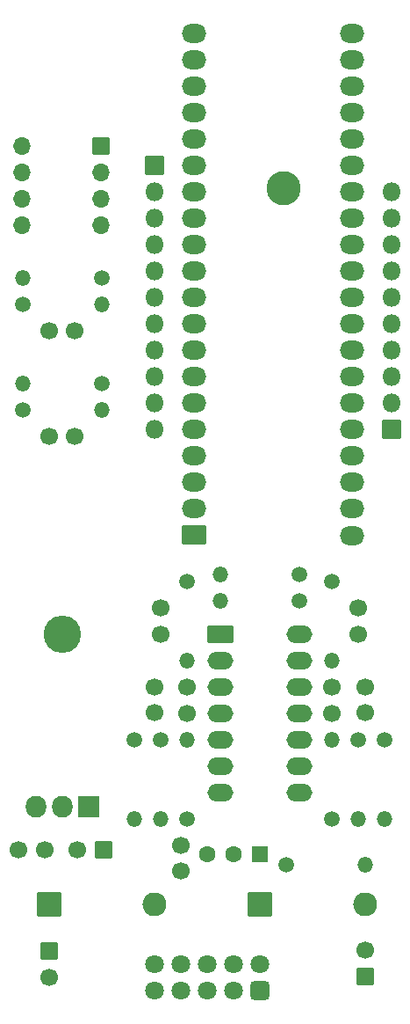
<source format=gbr>
%TF.GenerationSoftware,KiCad,Pcbnew,(6.0.0)*%
%TF.CreationDate,2022-11-14T01:28:36+01:00*%
%TF.ProjectId,Apeks,4170656b-732e-46b6-9963-61645f706362,rev?*%
%TF.SameCoordinates,Original*%
%TF.FileFunction,Soldermask,Bot*%
%TF.FilePolarity,Negative*%
%FSLAX46Y46*%
G04 Gerber Fmt 4.6, Leading zero omitted, Abs format (unit mm)*
G04 Created by KiCad (PCBNEW (6.0.0)) date 2022-11-14 01:28:36*
%MOMM*%
%LPD*%
G01*
G04 APERTURE LIST*
G04 Aperture macros list*
%AMRoundRect*
0 Rectangle with rounded corners*
0 $1 Rounding radius*
0 $2 $3 $4 $5 $6 $7 $8 $9 X,Y pos of 4 corners*
0 Add a 4 corners polygon primitive as box body*
4,1,4,$2,$3,$4,$5,$6,$7,$8,$9,$2,$3,0*
0 Add four circle primitives for the rounded corners*
1,1,$1+$1,$2,$3*
1,1,$1+$1,$4,$5*
1,1,$1+$1,$6,$7*
1,1,$1+$1,$8,$9*
0 Add four rect primitives between the rounded corners*
20,1,$1+$1,$2,$3,$4,$5,0*
20,1,$1+$1,$4,$5,$6,$7,0*
20,1,$1+$1,$6,$7,$8,$9,0*
20,1,$1+$1,$8,$9,$2,$3,0*%
G04 Aperture macros list end*
%ADD10C,1.700000*%
%ADD11C,1.500000*%
%ADD12O,1.500000X1.500000*%
%ADD13RoundRect,0.050000X-1.100000X-1.100000X1.100000X-1.100000X1.100000X1.100000X-1.100000X1.100000X0*%
%ADD14O,2.300000X2.300000*%
%ADD15RoundRect,0.050000X-0.850000X-0.850000X0.850000X-0.850000X0.850000X0.850000X-0.850000X0.850000X0*%
%ADD16O,1.800000X1.800000*%
%ADD17RoundRect,0.050000X0.850000X0.850000X-0.850000X0.850000X-0.850000X-0.850000X0.850000X-0.850000X0*%
%ADD18RoundRect,0.050000X0.750000X0.750000X-0.750000X0.750000X-0.750000X-0.750000X0.750000X-0.750000X0*%
%ADD19C,1.600000*%
%ADD20RoundRect,0.050000X-1.200000X-0.800000X1.200000X-0.800000X1.200000X0.800000X-1.200000X0.800000X0*%
%ADD21O,2.500000X1.700000*%
%ADD22C,3.300000*%
%ADD23RoundRect,0.050000X0.800000X0.800000X-0.800000X0.800000X-0.800000X-0.800000X0.800000X-0.800000X0*%
%ADD24O,1.700000X1.700000*%
%ADD25RoundRect,0.300000X0.600000X-0.600000X0.600000X0.600000X-0.600000X0.600000X-0.600000X-0.600000X0*%
%ADD26C,1.800000*%
%ADD27RoundRect,0.050000X1.125000X-0.863600X1.125000X0.863600X-1.125000X0.863600X-1.125000X-0.863600X0*%
%ADD28O,2.350000X1.827200*%
%ADD29RoundRect,0.050000X-0.800000X0.800000X-0.800000X-0.800000X0.800000X-0.800000X0.800000X0.800000X0*%
%ADD30RoundRect,0.050000X0.800000X-0.800000X0.800000X0.800000X-0.800000X0.800000X-0.800000X-0.800000X0*%
%ADD31O,3.600000X3.600000*%
%ADD32RoundRect,0.050000X0.952500X1.000000X-0.952500X1.000000X-0.952500X-1.000000X0.952500X-1.000000X0*%
%ADD33O,2.005000X2.100000*%
G04 APERTURE END LIST*
D10*
%TO.C,C10*%
X115570000Y-97155000D03*
X115570000Y-94655000D03*
%TD*%
D11*
%TO.C,R6*%
X109855000Y-62865000D03*
D12*
X102235000Y-62865000D03*
%TD*%
D11*
%TO.C,R4*%
X127635000Y-119380000D03*
D12*
X135255000Y-119380000D03*
%TD*%
D10*
%TO.C,C9*%
X134620000Y-97155000D03*
X134620000Y-94655000D03*
%TD*%
D13*
%TO.C,D1*%
X104775000Y-123190000D03*
D14*
X114935000Y-123190000D03*
%TD*%
D13*
%TO.C,D2*%
X125095000Y-123190000D03*
D14*
X135255000Y-123190000D03*
%TD*%
D15*
%TO.C,J6*%
X114935000Y-52070000D03*
D16*
X114935000Y-54610000D03*
X114935000Y-57150000D03*
X114935000Y-59690000D03*
X114935000Y-62230000D03*
X114935000Y-64770000D03*
X114935000Y-67310000D03*
X114935000Y-69850000D03*
X114935000Y-72390000D03*
X114935000Y-74930000D03*
X114935000Y-77470000D03*
%TD*%
D10*
%TO.C,C11*%
X101861300Y-117920000D03*
X104361300Y-117920000D03*
%TD*%
%TO.C,C1*%
X117475000Y-117495000D03*
X117475000Y-119995000D03*
%TD*%
%TO.C,C4*%
X135255000Y-102235000D03*
X135255000Y-104735000D03*
%TD*%
D11*
%TO.C,R14*%
X132080000Y-92095000D03*
D12*
X132080000Y-99715000D03*
%TD*%
D11*
%TO.C,R7*%
X109855000Y-73025000D03*
D12*
X102235000Y-73025000D03*
%TD*%
D17*
%TO.C,J7*%
X137795000Y-77470000D03*
D16*
X137795000Y-74930000D03*
X137795000Y-72390000D03*
X137795000Y-69850000D03*
X137795000Y-67310000D03*
X137795000Y-64770000D03*
X137795000Y-62230000D03*
X137795000Y-59690000D03*
X137795000Y-57150000D03*
X137795000Y-54610000D03*
%TD*%
D11*
%TO.C,R10*%
X137160000Y-107315000D03*
D12*
X137160000Y-114935000D03*
%TD*%
D11*
%TO.C,R11*%
X134620000Y-107335000D03*
D12*
X134620000Y-114955000D03*
%TD*%
D10*
%TO.C,C12*%
X118110000Y-102275000D03*
X118110000Y-104775000D03*
%TD*%
D11*
%TO.C,R8*%
X102235000Y-65405000D03*
D12*
X109855000Y-65405000D03*
%TD*%
D10*
%TO.C,C2*%
X104795000Y-67945000D03*
X107295000Y-67945000D03*
%TD*%
%TO.C,C3*%
X104795000Y-78105000D03*
X107295000Y-78105000D03*
%TD*%
D11*
%TO.C,R12*%
X113030000Y-107315000D03*
D12*
X113030000Y-114935000D03*
%TD*%
D11*
%TO.C,R9*%
X102235000Y-75565000D03*
D12*
X109855000Y-75565000D03*
%TD*%
D11*
%TO.C,R15*%
X118110000Y-92095000D03*
D12*
X118110000Y-99715000D03*
%TD*%
D10*
%TO.C,C5*%
X114935000Y-102255000D03*
X114935000Y-104755000D03*
%TD*%
D11*
%TO.C,R17*%
X128905000Y-91440000D03*
D12*
X121285000Y-91440000D03*
%TD*%
D11*
%TO.C,R16*%
X128905000Y-93980000D03*
D12*
X121285000Y-93980000D03*
%TD*%
D18*
%TO.C,U2*%
X125095000Y-118385000D03*
D19*
X122555000Y-118385000D03*
X120015000Y-118385000D03*
%TD*%
D11*
%TO.C,R13*%
X115570000Y-107335000D03*
D12*
X115570000Y-114955000D03*
%TD*%
D20*
%TO.C,U3*%
X121295000Y-97150000D03*
D21*
X121295000Y-99690000D03*
X121295000Y-102230000D03*
X121295000Y-104770000D03*
X121295000Y-107310000D03*
X121295000Y-109850000D03*
X121295000Y-112390000D03*
X128915000Y-112390000D03*
X128915000Y-109850000D03*
X128915000Y-107310000D03*
X128915000Y-104770000D03*
X128915000Y-102230000D03*
X128915000Y-99690000D03*
X128915000Y-97150000D03*
%TD*%
D11*
%TO.C,R25*%
X132080000Y-114955000D03*
D12*
X132080000Y-107335000D03*
%TD*%
D10*
%TO.C,C13*%
X132080000Y-104775000D03*
X132080000Y-102275000D03*
%TD*%
D11*
%TO.C,R26*%
X118110000Y-114955000D03*
D12*
X118110000Y-107335000D03*
%TD*%
D22*
%TO.C,H1*%
X127450000Y-54250000D03*
%TD*%
D23*
%TO.C,U4*%
X109845000Y-50175000D03*
D24*
X109845000Y-52715000D03*
X109845000Y-55255000D03*
X109845000Y-57795000D03*
X102225000Y-57795000D03*
X102225000Y-55255000D03*
X102225000Y-52715000D03*
X102225000Y-50175000D03*
%TD*%
D25*
%TO.C,J3*%
X125095000Y-131445000D03*
D26*
X125095000Y-128905000D03*
X122555000Y-131445000D03*
X122555000Y-128905000D03*
X120015000Y-131445000D03*
X120015000Y-128905000D03*
X117475000Y-131445000D03*
X117475000Y-128905000D03*
X114935000Y-131445000D03*
X114935000Y-128905000D03*
%TD*%
D27*
%TO.C,U1*%
X118745000Y-87640800D03*
D28*
X118745000Y-85100800D03*
X118745000Y-82560800D03*
X118745000Y-80020800D03*
X118745000Y-77480800D03*
X118745000Y-74940800D03*
X118745000Y-72400800D03*
X118745000Y-69860800D03*
X118745000Y-67320800D03*
X118745000Y-64780800D03*
X118745000Y-62240800D03*
X118745000Y-59700800D03*
X118745000Y-57160800D03*
X118745000Y-54620800D03*
X118745000Y-52080800D03*
X118745000Y-49540800D03*
X118745000Y-47000800D03*
X118745000Y-44460800D03*
X118745000Y-41920800D03*
X118745000Y-39380800D03*
X133985000Y-39380800D03*
X133985000Y-41920800D03*
X133985000Y-44460800D03*
X133985000Y-47000800D03*
X133985000Y-49540800D03*
X133985000Y-52080800D03*
X133985000Y-54620800D03*
X133985000Y-57160800D03*
X133985000Y-59700800D03*
X133985000Y-62240800D03*
X133985000Y-64780800D03*
X133985000Y-67320800D03*
X133985000Y-69860800D03*
X133985000Y-72400800D03*
X133985000Y-74940800D03*
X133985000Y-77480800D03*
X133985000Y-80020800D03*
X133985000Y-82560800D03*
X133985000Y-85100800D03*
X133985000Y-87691600D03*
%TD*%
D29*
%TO.C,C6*%
X104775000Y-127699888D03*
D10*
X104775000Y-130199888D03*
%TD*%
D30*
%TO.C,C7*%
X135255000Y-130110112D03*
D10*
X135255000Y-127610112D03*
%TD*%
D23*
%TO.C,C8*%
X110031413Y-117920000D03*
D10*
X107531413Y-117920000D03*
%TD*%
D31*
%TO.C,U5*%
X106045000Y-97155000D03*
D32*
X108585000Y-113815000D03*
D33*
X106045000Y-113815000D03*
X103505000Y-113815000D03*
%TD*%
M02*

</source>
